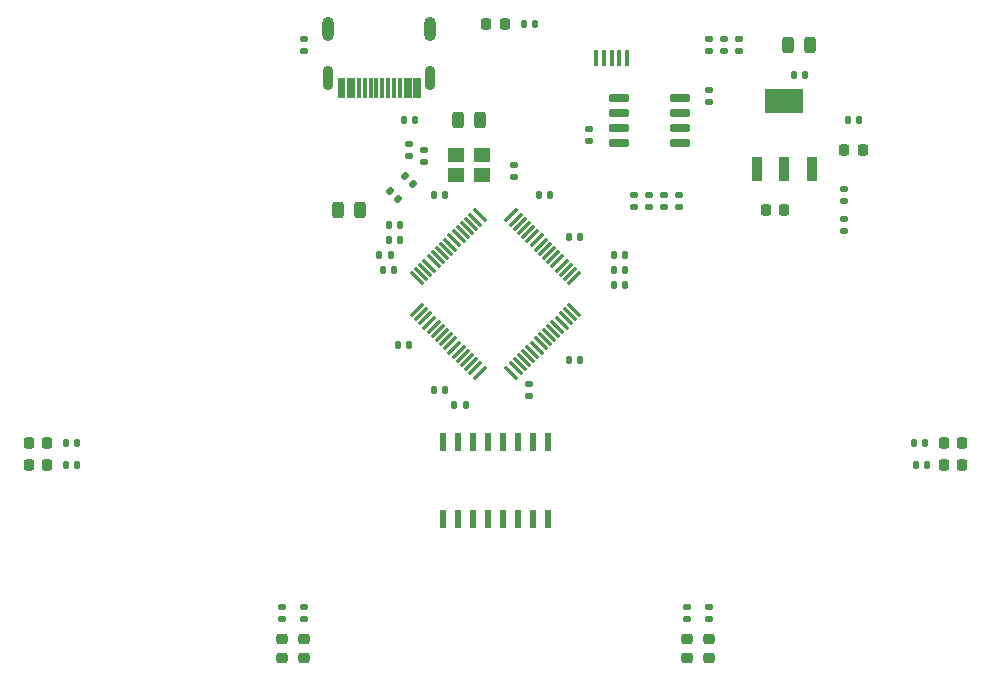
<source format=gtp>
G04 #@! TF.GenerationSoftware,KiCad,Pcbnew,6.0.4-6f826c9f35~116~ubuntu20.04.1*
G04 #@! TF.CreationDate,2022-05-15T08:48:41-07:00*
G04 #@! TF.ProjectId,ft4232h-breakout,66743432-3332-4682-9d62-7265616b6f75,rev?*
G04 #@! TF.SameCoordinates,Original*
G04 #@! TF.FileFunction,Paste,Top*
G04 #@! TF.FilePolarity,Positive*
%FSLAX46Y46*%
G04 Gerber Fmt 4.6, Leading zero omitted, Abs format (unit mm)*
G04 Created by KiCad (PCBNEW 6.0.4-6f826c9f35~116~ubuntu20.04.1) date 2022-05-15 08:48:41*
%MOMM*%
%LPD*%
G01*
G04 APERTURE LIST*
G04 Aperture macros list*
%AMRoundRect*
0 Rectangle with rounded corners*
0 $1 Rounding radius*
0 $2 $3 $4 $5 $6 $7 $8 $9 X,Y pos of 4 corners*
0 Add a 4 corners polygon primitive as box body*
4,1,4,$2,$3,$4,$5,$6,$7,$8,$9,$2,$3,0*
0 Add four circle primitives for the rounded corners*
1,1,$1+$1,$2,$3*
1,1,$1+$1,$4,$5*
1,1,$1+$1,$6,$7*
1,1,$1+$1,$8,$9*
0 Add four rect primitives between the rounded corners*
20,1,$1+$1,$2,$3,$4,$5,0*
20,1,$1+$1,$4,$5,$6,$7,0*
20,1,$1+$1,$6,$7,$8,$9,0*
20,1,$1+$1,$8,$9,$2,$3,0*%
G04 Aperture macros list end*
%ADD10RoundRect,0.147500X-0.147500X-0.172500X0.147500X-0.172500X0.147500X0.172500X-0.147500X0.172500X0*%
%ADD11RoundRect,0.137500X0.137500X-0.662500X0.137500X0.662500X-0.137500X0.662500X-0.137500X-0.662500X0*%
%ADD12R,0.400000X1.350000*%
%ADD13RoundRect,0.147500X-0.172500X0.147500X-0.172500X-0.147500X0.172500X-0.147500X0.172500X0.147500X0*%
%ADD14R,0.950000X2.150000*%
%ADD15R,3.250000X2.150000*%
%ADD16RoundRect,0.147500X0.147500X0.172500X-0.147500X0.172500X-0.147500X-0.172500X0.147500X-0.172500X0*%
%ADD17R,1.400000X1.200000*%
%ADD18RoundRect,0.147500X0.172500X-0.147500X0.172500X0.147500X-0.172500X0.147500X-0.172500X-0.147500X0*%
%ADD19RoundRect,0.243750X0.243750X0.456250X-0.243750X0.456250X-0.243750X-0.456250X0.243750X-0.456250X0*%
%ADD20RoundRect,0.218750X-0.218750X-0.256250X0.218750X-0.256250X0.218750X0.256250X-0.218750X0.256250X0*%
%ADD21RoundRect,0.218750X0.256250X-0.218750X0.256250X0.218750X-0.256250X0.218750X-0.256250X-0.218750X0*%
%ADD22RoundRect,0.218750X0.218750X0.256250X-0.218750X0.256250X-0.218750X-0.256250X0.218750X-0.256250X0*%
%ADD23RoundRect,0.075000X-0.521491X0.415425X0.415425X-0.521491X0.521491X-0.415425X-0.415425X0.521491X0*%
%ADD24RoundRect,0.075000X-0.521491X-0.415425X-0.415425X-0.521491X0.521491X0.415425X0.415425X0.521491X0*%
%ADD25RoundRect,0.147500X0.226274X0.017678X0.017678X0.226274X-0.226274X-0.017678X-0.017678X-0.226274X0*%
%ADD26RoundRect,0.243750X-0.243750X-0.456250X0.243750X-0.456250X0.243750X0.456250X-0.243750X0.456250X0*%
%ADD27RoundRect,0.150000X0.725000X0.150000X-0.725000X0.150000X-0.725000X-0.150000X0.725000X-0.150000X0*%
%ADD28RoundRect,0.147500X-0.226274X-0.017678X-0.017678X-0.226274X0.226274X0.017678X0.017678X0.226274X0*%
%ADD29R,0.300000X1.750000*%
%ADD30O,1.000000X2.100000*%
%ADD31O,0.900000X2.100000*%
G04 APERTURE END LIST*
D10*
X91740000Y-100330000D03*
X92710000Y-100330000D03*
D11*
X95555000Y-115010000D03*
X96825000Y-115010000D03*
X98095000Y-115010000D03*
X99365000Y-115010000D03*
X100635000Y-115010000D03*
X101905000Y-115010000D03*
X103175000Y-115010000D03*
X104445000Y-115010000D03*
X104445000Y-108510000D03*
X103175000Y-108510000D03*
X101905000Y-108510000D03*
X100635000Y-108510000D03*
X99365000Y-108510000D03*
X98095000Y-108510000D03*
X96825000Y-108510000D03*
X95555000Y-108510000D03*
D12*
X111130000Y-76020000D03*
X110480000Y-76020000D03*
X109830000Y-76020000D03*
X109180000Y-76020000D03*
X108530000Y-76020000D03*
D13*
X115570000Y-87630000D03*
X115570000Y-88600000D03*
D14*
X122160000Y-85450000D03*
X124460000Y-85450000D03*
X126760000Y-85450000D03*
D15*
X124460000Y-79650000D03*
D16*
X104625000Y-87630000D03*
X103655000Y-87630000D03*
D17*
X96690000Y-85940000D03*
X98890000Y-85940000D03*
X98890000Y-84240000D03*
X96690000Y-84240000D03*
D13*
X107950000Y-82065000D03*
X107950000Y-83035000D03*
D18*
X102870000Y-104625000D03*
X102870000Y-103655000D03*
D16*
X64587500Y-108585000D03*
X63617500Y-108585000D03*
D13*
X119380000Y-74445000D03*
X119380000Y-75415000D03*
X116205000Y-122515000D03*
X116205000Y-123485000D03*
D19*
X98727500Y-81280000D03*
X96852500Y-81280000D03*
D13*
X129540000Y-87145000D03*
X129540000Y-88115000D03*
X118110000Y-122515000D03*
X118110000Y-123485000D03*
D20*
X60482500Y-108585000D03*
X62057500Y-108585000D03*
D13*
X118110000Y-74445000D03*
X118110000Y-75415000D03*
D10*
X90470000Y-93980000D03*
X91440000Y-93980000D03*
D20*
X99212500Y-73100000D03*
X100787500Y-73100000D03*
D21*
X116205000Y-126787500D03*
X116205000Y-125212500D03*
D13*
X120650000Y-74445000D03*
X120650000Y-75415000D03*
X129540000Y-89685000D03*
X129540000Y-90655000D03*
D10*
X90955000Y-91440000D03*
X91925000Y-91440000D03*
D18*
X111760000Y-88600000D03*
X111760000Y-87630000D03*
X114300000Y-88600000D03*
X114300000Y-87630000D03*
D10*
X110005000Y-93980000D03*
X110975000Y-93980000D03*
D16*
X64587500Y-110490000D03*
X63617500Y-110490000D03*
D18*
X93980000Y-84790000D03*
X93980000Y-83820000D03*
D22*
X139517500Y-110490000D03*
X137942500Y-110490000D03*
D13*
X83820000Y-122515000D03*
X83820000Y-123485000D03*
D18*
X83820000Y-75415000D03*
X83820000Y-74445000D03*
D21*
X118110000Y-126787500D03*
X118110000Y-125212500D03*
D13*
X118110000Y-78740000D03*
X118110000Y-79710000D03*
D10*
X94765000Y-104140000D03*
X95735000Y-104140000D03*
X135412500Y-108585000D03*
X136382500Y-108585000D03*
D16*
X103355000Y-73100000D03*
X102385000Y-73100000D03*
D23*
X98647658Y-89344357D03*
X98294105Y-89697911D03*
X97940551Y-90051464D03*
X97586998Y-90405018D03*
X97233445Y-90758571D03*
X96879891Y-91112124D03*
X96526338Y-91465678D03*
X96172785Y-91819231D03*
X95819231Y-92172785D03*
X95465678Y-92526338D03*
X95112124Y-92879891D03*
X94758571Y-93233445D03*
X94405018Y-93586998D03*
X94051464Y-93940551D03*
X93697911Y-94294105D03*
X93344357Y-94647658D03*
D24*
X93344357Y-97352342D03*
X93697911Y-97705895D03*
X94051464Y-98059449D03*
X94405018Y-98413002D03*
X94758571Y-98766555D03*
X95112124Y-99120109D03*
X95465678Y-99473662D03*
X95819231Y-99827215D03*
X96172785Y-100180769D03*
X96526338Y-100534322D03*
X96879891Y-100887876D03*
X97233445Y-101241429D03*
X97586998Y-101594982D03*
X97940551Y-101948536D03*
X98294105Y-102302089D03*
X98647658Y-102655643D03*
D23*
X101352342Y-102655643D03*
X101705895Y-102302089D03*
X102059449Y-101948536D03*
X102413002Y-101594982D03*
X102766555Y-101241429D03*
X103120109Y-100887876D03*
X103473662Y-100534322D03*
X103827215Y-100180769D03*
X104180769Y-99827215D03*
X104534322Y-99473662D03*
X104887876Y-99120109D03*
X105241429Y-98766555D03*
X105594982Y-98413002D03*
X105948536Y-98059449D03*
X106302089Y-97705895D03*
X106655643Y-97352342D03*
D24*
X106655643Y-94647658D03*
X106302089Y-94294105D03*
X105948536Y-93940551D03*
X105594982Y-93586998D03*
X105241429Y-93233445D03*
X104887876Y-92879891D03*
X104534322Y-92526338D03*
X104180769Y-92172785D03*
X103827215Y-91819231D03*
X103473662Y-91465678D03*
X103120109Y-91112124D03*
X102766555Y-90758571D03*
X102413002Y-90405018D03*
X102059449Y-90051464D03*
X101705895Y-89697911D03*
X101352342Y-89344357D03*
D25*
X91782947Y-87972947D03*
X91097053Y-87287053D03*
D10*
X94765000Y-87630000D03*
X95735000Y-87630000D03*
D16*
X130810000Y-81280000D03*
X129840000Y-81280000D03*
X110975000Y-92710000D03*
X110005000Y-92710000D03*
D26*
X124792500Y-74930000D03*
X126667500Y-74930000D03*
D20*
X60482500Y-110490000D03*
X62057500Y-110490000D03*
D16*
X97490000Y-105410000D03*
X96520000Y-105410000D03*
X91925000Y-90170000D03*
X90955000Y-90170000D03*
D21*
X81890000Y-126787500D03*
X81890000Y-125212500D03*
D10*
X90170000Y-92710000D03*
X91140000Y-92710000D03*
D27*
X115605000Y-83185000D03*
X115605000Y-81915000D03*
X115605000Y-80645000D03*
X115605000Y-79375000D03*
X110455000Y-79375000D03*
X110455000Y-80645000D03*
X110455000Y-81915000D03*
X110455000Y-83185000D03*
D21*
X83795000Y-126787500D03*
X83795000Y-125212500D03*
D18*
X92710000Y-84305000D03*
X92710000Y-83335000D03*
D16*
X107188000Y-91186000D03*
X106218000Y-91186000D03*
D10*
X135562500Y-110490000D03*
X136532500Y-110490000D03*
X92225000Y-81280000D03*
X93195000Y-81280000D03*
D16*
X107165000Y-101600000D03*
X106195000Y-101600000D03*
D13*
X101600000Y-85090000D03*
X101600000Y-86060000D03*
D28*
X92367053Y-86017053D03*
X93052947Y-86702947D03*
D29*
X93520000Y-78550000D03*
X92720000Y-78550000D03*
X91420000Y-78550000D03*
X90420000Y-78550000D03*
X89920000Y-78550000D03*
X88920000Y-78550000D03*
X87620000Y-78550000D03*
X86820000Y-78550000D03*
X87120000Y-78550000D03*
X87920000Y-78550000D03*
X88420000Y-78550000D03*
X89420000Y-78550000D03*
X90920000Y-78550000D03*
X91920000Y-78550000D03*
X92420000Y-78550000D03*
X93220000Y-78550000D03*
D30*
X85850000Y-73530000D03*
X94490000Y-73530000D03*
D31*
X85850000Y-77710000D03*
X94490000Y-77710000D03*
D16*
X110975000Y-95250000D03*
X110005000Y-95250000D03*
D22*
X124460000Y-88900000D03*
X122885000Y-88900000D03*
D18*
X113030000Y-88600000D03*
X113030000Y-87630000D03*
D13*
X81915000Y-122515000D03*
X81915000Y-123485000D03*
D10*
X125245000Y-77470000D03*
X126215000Y-77470000D03*
D20*
X129537500Y-83820000D03*
X131112500Y-83820000D03*
D22*
X139517500Y-108585000D03*
X137942500Y-108585000D03*
D26*
X86692500Y-88900000D03*
X88567500Y-88900000D03*
M02*

</source>
